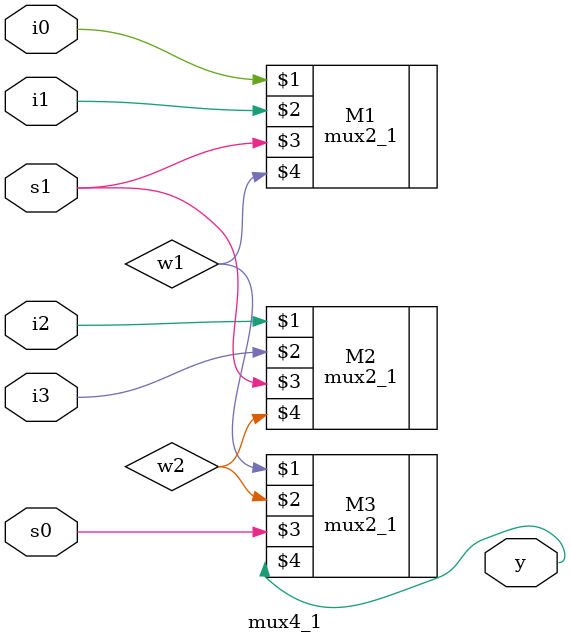
<source format=v>

module mux4_1(input i0,i1,i2,i3,
              s1,s0,
              output y);

wire w1,w2;

mux2_1 M1(i0,i1,s1,w1);
mux2_1 M2(i2,i3,s1,w2);
mux2_1 M3(w1,w2,s0,y);

endmodule

</source>
